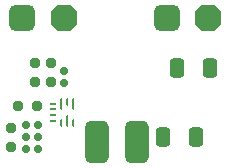
<source format=gbr>
%TF.GenerationSoftware,Altium Limited,Altium Designer,23.9.2 (47)*%
G04 Layer_Color=255*
%FSLAX45Y45*%
%MOMM*%
%TF.SameCoordinates,14EE52A8-4136-4093-BC95-9A2147CF655B*%
%TF.FilePolarity,Positive*%
%TF.FileFunction,Pads,Top*%
%TF.Part,Single*%
G01*
G75*
%TA.AperFunction,SMDPad,CuDef*%
G04:AMPARAMS|DCode=10|XSize=0.2mm|YSize=0.65mm|CornerRadius=0.05mm|HoleSize=0mm|Usage=FLASHONLY|Rotation=180.000|XOffset=0mm|YOffset=0mm|HoleType=Round|Shape=RoundedRectangle|*
%AMROUNDEDRECTD10*
21,1,0.20000,0.55000,0,0,180.0*
21,1,0.10000,0.65000,0,0,180.0*
1,1,0.10000,-0.05000,0.27500*
1,1,0.10000,0.05000,0.27500*
1,1,0.10000,0.05000,-0.27500*
1,1,0.10000,-0.05000,-0.27500*
%
%ADD10ROUNDEDRECTD10*%
G04:AMPARAMS|DCode=11|XSize=0.2mm|YSize=1mm|CornerRadius=0.05mm|HoleSize=0mm|Usage=FLASHONLY|Rotation=180.000|XOffset=0mm|YOffset=0mm|HoleType=Round|Shape=RoundedRectangle|*
%AMROUNDEDRECTD11*
21,1,0.20000,0.90000,0,0,180.0*
21,1,0.10000,1.00000,0,0,180.0*
1,1,0.10000,-0.05000,0.45000*
1,1,0.10000,0.05000,0.45000*
1,1,0.10000,0.05000,-0.45000*
1,1,0.10000,-0.05000,-0.45000*
%
%ADD11ROUNDEDRECTD11*%
G04:AMPARAMS|DCode=12|XSize=0.22mm|YSize=0.55mm|CornerRadius=0.055mm|HoleSize=0mm|Usage=FLASHONLY|Rotation=90.000|XOffset=0mm|YOffset=0mm|HoleType=Round|Shape=RoundedRectangle|*
%AMROUNDEDRECTD12*
21,1,0.22000,0.44000,0,0,90.0*
21,1,0.11000,0.55000,0,0,90.0*
1,1,0.11000,0.22000,0.05500*
1,1,0.11000,0.22000,-0.05500*
1,1,0.11000,-0.22000,-0.05500*
1,1,0.11000,-0.22000,0.05500*
%
%ADD12ROUNDEDRECTD12*%
G04:AMPARAMS|DCode=13|XSize=0.6mm|YSize=0.6mm|CornerRadius=0.15mm|HoleSize=0mm|Usage=FLASHONLY|Rotation=90.000|XOffset=0mm|YOffset=0mm|HoleType=Round|Shape=RoundedRectangle|*
%AMROUNDEDRECTD13*
21,1,0.60000,0.30000,0,0,90.0*
21,1,0.30000,0.60000,0,0,90.0*
1,1,0.30000,0.15000,0.15000*
1,1,0.30000,0.15000,-0.15000*
1,1,0.30000,-0.15000,-0.15000*
1,1,0.30000,-0.15000,0.15000*
%
%ADD13ROUNDEDRECTD13*%
G04:AMPARAMS|DCode=14|XSize=3.6mm|YSize=2mm|CornerRadius=0.5mm|HoleSize=0mm|Usage=FLASHONLY|Rotation=90.000|XOffset=0mm|YOffset=0mm|HoleType=Round|Shape=RoundedRectangle|*
%AMROUNDEDRECTD14*
21,1,3.60000,1.00000,0,0,90.0*
21,1,2.60000,2.00000,0,0,90.0*
1,1,1.00000,0.50000,1.30000*
1,1,1.00000,0.50000,-1.30000*
1,1,1.00000,-0.50000,-1.30000*
1,1,1.00000,-0.50000,1.30000*
%
%ADD14ROUNDEDRECTD14*%
G04:AMPARAMS|DCode=15|XSize=0.8mm|YSize=0.8mm|CornerRadius=0.2mm|HoleSize=0mm|Usage=FLASHONLY|Rotation=90.000|XOffset=0mm|YOffset=0mm|HoleType=Round|Shape=RoundedRectangle|*
%AMROUNDEDRECTD15*
21,1,0.80000,0.40000,0,0,90.0*
21,1,0.40000,0.80000,0,0,90.0*
1,1,0.40000,0.20000,0.20000*
1,1,0.40000,0.20000,-0.20000*
1,1,0.40000,-0.20000,-0.20000*
1,1,0.40000,-0.20000,0.20000*
%
%ADD15ROUNDEDRECTD15*%
G04:AMPARAMS|DCode=16|XSize=1.65mm|YSize=1.25mm|CornerRadius=0.3125mm|HoleSize=0mm|Usage=FLASHONLY|Rotation=270.000|XOffset=0mm|YOffset=0mm|HoleType=Round|Shape=RoundedRectangle|*
%AMROUNDEDRECTD16*
21,1,1.65000,0.62500,0,0,270.0*
21,1,1.02500,1.25000,0,0,270.0*
1,1,0.62500,-0.31250,-0.51250*
1,1,0.62500,-0.31250,0.51250*
1,1,0.62500,0.31250,0.51250*
1,1,0.62500,0.31250,-0.51250*
%
%ADD16ROUNDEDRECTD16*%
G04:AMPARAMS|DCode=17|XSize=0.8mm|YSize=0.8mm|CornerRadius=0.2mm|HoleSize=0mm|Usage=FLASHONLY|Rotation=0.000|XOffset=0mm|YOffset=0mm|HoleType=Round|Shape=RoundedRectangle|*
%AMROUNDEDRECTD17*
21,1,0.80000,0.40000,0,0,0.0*
21,1,0.40000,0.80000,0,0,0.0*
1,1,0.40000,0.20000,-0.20000*
1,1,0.40000,-0.20000,-0.20000*
1,1,0.40000,-0.20000,0.20000*
1,1,0.40000,0.20000,0.20000*
%
%ADD17ROUNDEDRECTD17*%
G04:AMPARAMS|DCode=18|XSize=0.6mm|YSize=0.6mm|CornerRadius=0.15mm|HoleSize=0mm|Usage=FLASHONLY|Rotation=0.000|XOffset=0mm|YOffset=0mm|HoleType=Round|Shape=RoundedRectangle|*
%AMROUNDEDRECTD18*
21,1,0.60000,0.30000,0,0,0.0*
21,1,0.30000,0.60000,0,0,0.0*
1,1,0.30000,0.15000,-0.15000*
1,1,0.30000,-0.15000,-0.15000*
1,1,0.30000,-0.15000,0.15000*
1,1,0.30000,0.15000,0.15000*
%
%ADD18ROUNDEDRECTD18*%
%TA.AperFunction,ComponentPad*%
G04:AMPARAMS|DCode=25|XSize=2.2mm|YSize=2.2mm|CornerRadius=0mm|HoleSize=0mm|Usage=FLASHONLY|Rotation=180.000|XOffset=0mm|YOffset=0mm|HoleType=Round|Shape=Octagon|*
%AMOCTAGOND25*
4,1,8,-1.10000,0.55000,-1.10000,-0.55000,-0.55000,-1.10000,0.55000,-1.10000,1.10000,-0.55000,1.10000,0.55000,0.55000,1.10000,-0.55000,1.10000,-1.10000,0.55000,0.0*
%
%ADD25OCTAGOND25*%

G04:AMPARAMS|DCode=26|XSize=2.2mm|YSize=2.2mm|CornerRadius=0.55mm|HoleSize=0mm|Usage=FLASHONLY|Rotation=180.000|XOffset=0mm|YOffset=0mm|HoleType=Round|Shape=RoundedRectangle|*
%AMROUNDEDRECTD26*
21,1,2.20000,1.10000,0,0,180.0*
21,1,1.10000,2.20000,0,0,180.0*
1,1,1.10000,-0.55000,0.55000*
1,1,1.10000,0.55000,0.55000*
1,1,1.10000,0.55000,-0.55000*
1,1,1.10000,-0.55000,-0.55000*
%
%ADD26ROUNDEDRECTD26*%
D10*
X555000Y392500D02*
D03*
X655000D02*
D03*
X605000Y567500D02*
D03*
D11*
Y410000D02*
D03*
X655000Y550000D02*
D03*
X555000D02*
D03*
D12*
X487500Y505000D02*
D03*
Y405000D02*
D03*
Y555000D02*
D03*
Y455000D02*
D03*
D13*
X260000Y370000D02*
D03*
X360000D02*
D03*
Y270000D02*
D03*
X260000D02*
D03*
X360000Y170000D02*
D03*
X260000D02*
D03*
D14*
X1200000Y230000D02*
D03*
X860000D02*
D03*
D15*
X350000Y530000D02*
D03*
X190000D02*
D03*
D16*
X1540000Y860000D02*
D03*
X1820000D02*
D03*
X1420000Y270000D02*
D03*
X1700000D02*
D03*
D17*
X130000Y190000D02*
D03*
Y350000D02*
D03*
X340000Y740000D02*
D03*
Y900000D02*
D03*
X470000Y740000D02*
D03*
Y900000D02*
D03*
D18*
X580000Y830000D02*
D03*
Y730000D02*
D03*
D25*
X1800000Y1280000D02*
D03*
X579999D02*
D03*
D26*
X1450000D02*
D03*
X229999D02*
D03*
%TF.MD5,87a5bd6b4819e04953d39a5fe801fca5*%
M02*

</source>
